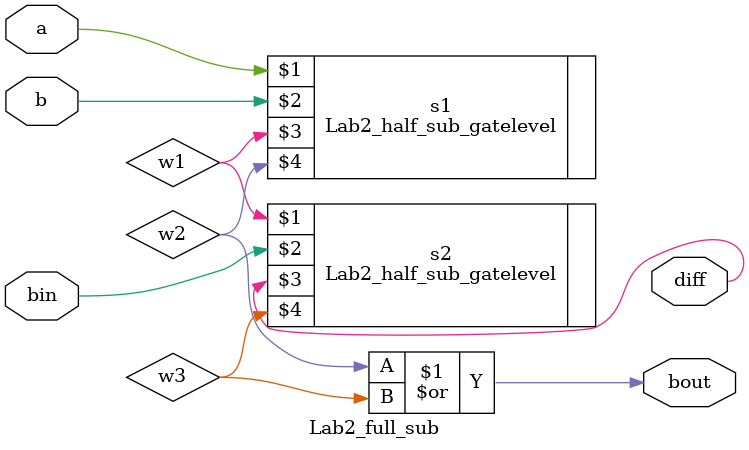
<source format=v>
module Lab2_full_sub(input a, b, bin, output diff, bout);

wire w1,w2,w3;
Lab2_half_sub_gatelevel s1(a,b,w1,w2);
Lab2_half_sub_gatelevel s2(w1,bin,diff,w3);
or #(2) bo(bout,w2,w3);


endmodule

</source>
